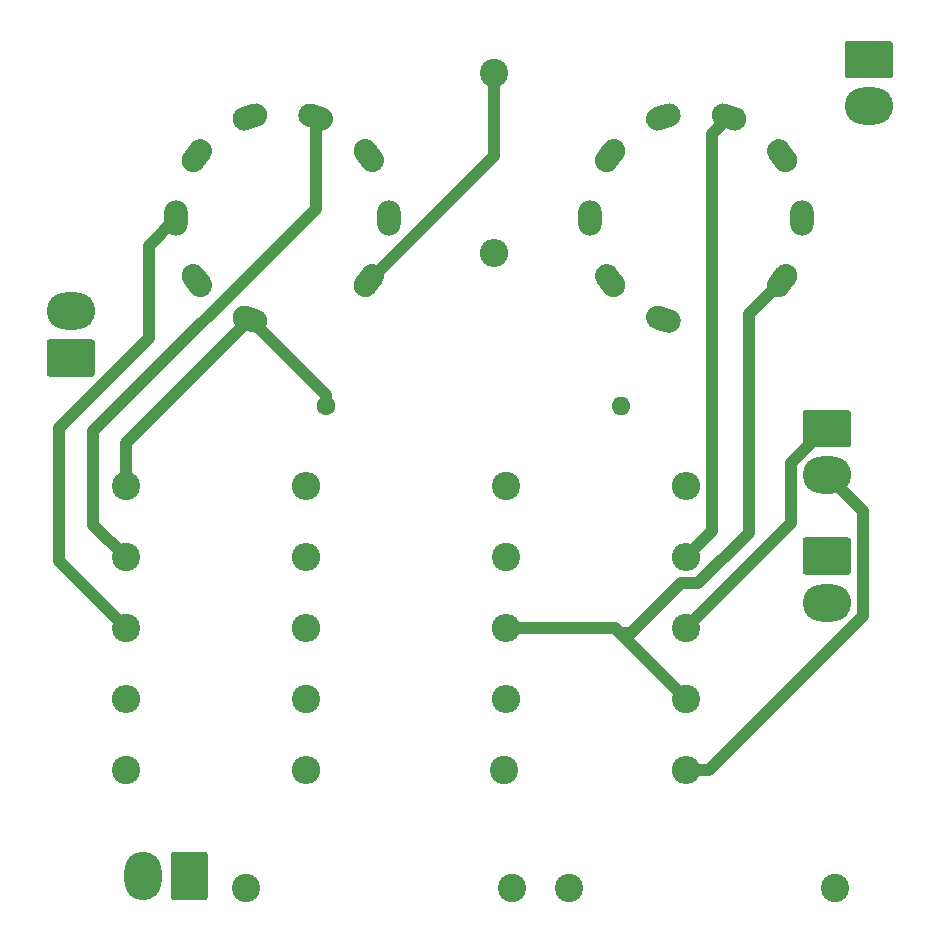
<source format=gbr>
%TF.GenerationSoftware,KiCad,Pcbnew,(5.1.6)-1*%
%TF.CreationDate,2020-10-25T19:30:32+00:00*%
%TF.ProjectId,QuadNew1 - Copy,51756164-4e65-4773-9120-2d20436f7079,rev?*%
%TF.SameCoordinates,Original*%
%TF.FileFunction,Copper,L1,Top*%
%TF.FilePolarity,Positive*%
%FSLAX46Y46*%
G04 Gerber Fmt 4.6, Leading zero omitted, Abs format (unit mm)*
G04 Created by KiCad (PCBNEW (5.1.6)-1) date 2020-10-25 19:30:32*
%MOMM*%
%LPD*%
G01*
G04 APERTURE LIST*
%TA.AperFunction,ComponentPad*%
%ADD10O,4.100000X3.160000*%
%TD*%
%TA.AperFunction,ComponentPad*%
%ADD11C,2.400000*%
%TD*%
%TA.AperFunction,ComponentPad*%
%ADD12O,2.400000X2.400000*%
%TD*%
%TA.AperFunction,ComponentPad*%
%ADD13O,2.000000X3.000000*%
%TD*%
%TA.AperFunction,ComponentPad*%
%ADD14C,1.600000*%
%TD*%
%TA.AperFunction,ComponentPad*%
%ADD15O,1.600000X1.600000*%
%TD*%
%TA.AperFunction,ComponentPad*%
%ADD16O,3.160000X4.100000*%
%TD*%
%TA.AperFunction,Conductor*%
%ADD17C,1.000000*%
%TD*%
G04 APERTURE END LIST*
D10*
%TO.P,J2,2*%
%TO.N,/+330v*%
X94361000Y-101877000D03*
%TO.P,J2,1*%
%TO.N,/0v*%
%TA.AperFunction,ComponentPad*%
G36*
G01*
X92561000Y-96337000D02*
X96161000Y-96337000D01*
G75*
G02*
X96411000Y-96587000I0J-250000D01*
G01*
X96411000Y-99247000D01*
G75*
G02*
X96161000Y-99497000I-250000J0D01*
G01*
X92561000Y-99497000D01*
G75*
G02*
X92311000Y-99247000I0J250000D01*
G01*
X92311000Y-96587000D01*
G75*
G02*
X92561000Y-96337000I250000J0D01*
G01*
G37*
%TD.AperFunction*%
%TD*%
D11*
%TO.P,C3,2*%
%TO.N,Net-(C3-Pad2)*%
X95017000Y-126000000D03*
%TO.P,C3,1*%
%TO.N,/V4*%
X72517000Y-126000000D03*
%TD*%
D12*
%TO.P,R10,2*%
%TO.N,/0v*%
X35000000Y-110000000D03*
D11*
%TO.P,R10,1*%
%TO.N,/Signal/FB*%
X50240000Y-110000000D03*
%TD*%
%TO.P,R9,1*%
%TO.N,/Signal/FB*%
X67000000Y-116000000D03*
D12*
%TO.P,R9,2*%
%TO.N,/V4*%
X82423000Y-116000000D03*
%TD*%
D11*
%TO.P,C2,1*%
%TO.N,Net-(C2-Pad1)*%
X45212000Y-126000000D03*
%TO.P,C2,2*%
%TO.N,/V3*%
X67712000Y-126000000D03*
%TD*%
%TO.P,V1,1*%
%TO.N,Net-(C1-Pad1)*%
%TA.AperFunction,ComponentPad*%
G36*
G01*
X45352044Y-76752826D02*
X46303100Y-77061842D01*
G75*
G02*
X46945140Y-78321916I-309017J-951057D01*
G01*
X46945140Y-78321916D01*
G75*
G02*
X45685066Y-78963956I-951057J309017D01*
G01*
X44734010Y-78654940D01*
G75*
G02*
X44091970Y-77394866I309017J951057D01*
G01*
X44091970Y-77394866D01*
G75*
G02*
X45352044Y-76752826I951057J-309017D01*
G01*
G37*
%TD.AperFunction*%
%TO.P,V1,2*%
%TO.N,/0v*%
%TA.AperFunction,ComponentPad*%
G36*
G01*
X41533147Y-73596829D02*
X42120933Y-74405846D01*
G75*
G02*
X41899701Y-75802648I-809017J-587785D01*
G01*
X41899701Y-75802648D01*
G75*
G02*
X40502899Y-75581416I-587785J809017D01*
G01*
X39915113Y-74772400D01*
G75*
G02*
X40136345Y-73375598I809017J587785D01*
G01*
X40136345Y-73375598D01*
G75*
G02*
X41533147Y-73596830I587785J-809017D01*
G01*
G37*
%TD.AperFunction*%
D13*
%TO.P,V1,3*%
%TO.N,/Signal/K*%
X39299889Y-69301248D03*
%TO.P,V1,4*%
%TO.N,/+6.3v*%
%TA.AperFunction,ComponentPad*%
G36*
G01*
X42122177Y-64194285D02*
X41534391Y-65003301D01*
G75*
G02*
X40137589Y-65224533I-809017J587785D01*
G01*
X40137589Y-65224533D01*
G75*
G02*
X39916357Y-63827731I587785J809017D01*
G01*
X40504143Y-63018715D01*
G75*
G02*
X41900945Y-62797483I809017J-587785D01*
G01*
X41900945Y-62797483D01*
G75*
G02*
X42122177Y-64194285I-587785J-809017D01*
G01*
G37*
%TD.AperFunction*%
%TO.P,V1,5*%
%TO.N,/-6.3v*%
%TA.AperFunction,ComponentPad*%
G36*
G01*
X46303392Y-61537039D02*
X45352336Y-61846056D01*
G75*
G02*
X44092262Y-61204016I-309017J951057D01*
G01*
X44092262Y-61204016D01*
G75*
G02*
X44734302Y-59943942I951057J309017D01*
G01*
X45685358Y-59634926D01*
G75*
G02*
X46945432Y-60276966I309017J-951057D01*
G01*
X46945432Y-60276966D01*
G75*
G02*
X46303392Y-61537040I-951057J-309017D01*
G01*
G37*
%TD.AperFunction*%
%TO.P,V1,6*%
%TO.N,Net-(C2-Pad1)*%
%TA.AperFunction,ComponentPad*%
G36*
G01*
X50914934Y-59636044D02*
X51865990Y-59945060D01*
G75*
G02*
X52508030Y-61205134I-309017J-951057D01*
G01*
X52508030Y-61205134D01*
G75*
G02*
X51247956Y-61847174I-951057J309017D01*
G01*
X50296900Y-61538158D01*
G75*
G02*
X49654860Y-60278084I309017J951057D01*
G01*
X49654860Y-60278084D01*
G75*
G02*
X50914934Y-59636044I951057J-309017D01*
G01*
G37*
%TD.AperFunction*%
%TO.P,V1,7*%
%TO.N,Net-(V1-Pad7)*%
%TA.AperFunction,ComponentPad*%
G36*
G01*
X56097101Y-63018583D02*
X56684887Y-63827600D01*
G75*
G02*
X56463655Y-65224402I-809017J-587785D01*
G01*
X56463655Y-65224402D01*
G75*
G02*
X55066853Y-65003170I-587785J809017D01*
G01*
X54479067Y-64194154D01*
G75*
G02*
X54700299Y-62797352I809017J587785D01*
G01*
X54700299Y-62797352D01*
G75*
G02*
X56097101Y-63018584I587785J-809017D01*
G01*
G37*
%TD.AperFunction*%
%TO.P,V1,8*%
%TO.N,/Signal/K*%
X57300111Y-69298752D03*
%TO.P,V1,9*%
%TO.N,Net-(J1-Pad1)*%
%TA.AperFunction,ComponentPad*%
G36*
G01*
X56683643Y-74772269D02*
X56095857Y-75581285D01*
G75*
G02*
X54699055Y-75802517I-809017J587785D01*
G01*
X54699055Y-75802517D01*
G75*
G02*
X54477823Y-74405715I587785J809017D01*
G01*
X55065609Y-73596699D01*
G75*
G02*
X56462411Y-73375467I809017J-587785D01*
G01*
X56462411Y-73375467D01*
G75*
G02*
X56683643Y-74772269I-587785J-809017D01*
G01*
G37*
%TD.AperFunction*%
%TD*%
D12*
%TO.P,R3,2*%
%TO.N,Net-(C1-Pad2)*%
X82423000Y-92000000D03*
D11*
%TO.P,R3,1*%
%TO.N,/+330v*%
X67183000Y-92000000D03*
%TD*%
D12*
%TO.P,R8,2*%
%TO.N,/Signal/FB*%
X67183000Y-110000000D03*
D11*
%TO.P,R8,1*%
%TO.N,/Signal/FA*%
X82423000Y-110000000D03*
%TD*%
%TO.P,R7,1*%
%TO.N,/V3*%
X82423000Y-104000000D03*
D12*
%TO.P,R7,2*%
%TO.N,/Signal/FA*%
X67183000Y-104000000D03*
%TD*%
%TO.P,V2,1*%
%TO.N,Net-(C1-Pad2)*%
%TA.AperFunction,ComponentPad*%
G36*
G01*
X80352044Y-76752826D02*
X81303100Y-77061842D01*
G75*
G02*
X81945140Y-78321916I-309017J-951057D01*
G01*
X81945140Y-78321916D01*
G75*
G02*
X80685066Y-78963956I-951057J309017D01*
G01*
X79734010Y-78654940D01*
G75*
G02*
X79091970Y-77394866I309017J951057D01*
G01*
X79091970Y-77394866D01*
G75*
G02*
X80352044Y-76752826I951057J-309017D01*
G01*
G37*
%TD.AperFunction*%
%TO.P,V2,2*%
%TO.N,/0v*%
%TA.AperFunction,ComponentPad*%
G36*
G01*
X76533147Y-73596829D02*
X77120933Y-74405846D01*
G75*
G02*
X76899701Y-75802648I-809017J-587785D01*
G01*
X76899701Y-75802648D01*
G75*
G02*
X75502899Y-75581416I-587785J809017D01*
G01*
X74915113Y-74772400D01*
G75*
G02*
X75136345Y-73375598I809017J587785D01*
G01*
X75136345Y-73375598D01*
G75*
G02*
X76533147Y-73596830I587785J-809017D01*
G01*
G37*
%TD.AperFunction*%
D13*
%TO.P,V2,3*%
%TO.N,/Signal/K*%
X74299889Y-69301248D03*
%TO.P,V2,4*%
%TO.N,/+6.3v*%
%TA.AperFunction,ComponentPad*%
G36*
G01*
X77122177Y-64194285D02*
X76534391Y-65003301D01*
G75*
G02*
X75137589Y-65224533I-809017J587785D01*
G01*
X75137589Y-65224533D01*
G75*
G02*
X74916357Y-63827731I587785J809017D01*
G01*
X75504143Y-63018715D01*
G75*
G02*
X76900945Y-62797483I809017J-587785D01*
G01*
X76900945Y-62797483D01*
G75*
G02*
X77122177Y-64194285I-587785J-809017D01*
G01*
G37*
%TD.AperFunction*%
%TO.P,V2,5*%
%TO.N,/-6.3v*%
%TA.AperFunction,ComponentPad*%
G36*
G01*
X81303392Y-61537039D02*
X80352336Y-61846056D01*
G75*
G02*
X79092262Y-61204016I-309017J951057D01*
G01*
X79092262Y-61204016D01*
G75*
G02*
X79734302Y-59943942I951057J309017D01*
G01*
X80685358Y-59634926D01*
G75*
G02*
X81945432Y-60276966I309017J-951057D01*
G01*
X81945432Y-60276966D01*
G75*
G02*
X81303392Y-61537040I-951057J-309017D01*
G01*
G37*
%TD.AperFunction*%
%TO.P,V2,6*%
%TO.N,Net-(C3-Pad2)*%
%TA.AperFunction,ComponentPad*%
G36*
G01*
X85914934Y-59636044D02*
X86865990Y-59945060D01*
G75*
G02*
X87508030Y-61205134I-309017J-951057D01*
G01*
X87508030Y-61205134D01*
G75*
G02*
X86247956Y-61847174I-951057J309017D01*
G01*
X85296900Y-61538158D01*
G75*
G02*
X84654860Y-60278084I309017J951057D01*
G01*
X84654860Y-60278084D01*
G75*
G02*
X85914934Y-59636044I951057J-309017D01*
G01*
G37*
%TD.AperFunction*%
%TO.P,V2,7*%
%TO.N,Net-(V2-Pad7)*%
%TA.AperFunction,ComponentPad*%
G36*
G01*
X91097101Y-63018583D02*
X91684887Y-63827600D01*
G75*
G02*
X91463655Y-65224402I-809017J-587785D01*
G01*
X91463655Y-65224402D01*
G75*
G02*
X90066853Y-65003170I-587785J809017D01*
G01*
X89479067Y-64194154D01*
G75*
G02*
X89700299Y-62797352I809017J587785D01*
G01*
X89700299Y-62797352D01*
G75*
G02*
X91097101Y-63018584I587785J-809017D01*
G01*
G37*
%TD.AperFunction*%
%TO.P,V2,8*%
%TO.N,/Signal/K*%
X92300111Y-69298752D03*
%TO.P,V2,9*%
%TO.N,/Signal/FA*%
%TA.AperFunction,ComponentPad*%
G36*
G01*
X91683643Y-74772269D02*
X91095857Y-75581285D01*
G75*
G02*
X89699055Y-75802517I-809017J587785D01*
G01*
X89699055Y-75802517D01*
G75*
G02*
X89477823Y-74405715I587785J809017D01*
G01*
X90065609Y-73596699D01*
G75*
G02*
X91462411Y-73375467I809017J-587785D01*
G01*
X91462411Y-73375467D01*
G75*
G02*
X91683643Y-74772269I-587785J-809017D01*
G01*
G37*
%TD.AperFunction*%
%TD*%
D12*
%TO.P,R6,2*%
%TO.N,Net-(C3-Pad2)*%
X82423000Y-98000000D03*
D11*
%TO.P,R6,1*%
%TO.N,/+330v*%
X67183000Y-98000000D03*
%TD*%
%TO.P,R5,1*%
%TO.N,Net-(C2-Pad1)*%
X35000000Y-98000000D03*
D12*
%TO.P,R5,2*%
%TO.N,/+330v*%
X50240000Y-98000000D03*
%TD*%
D11*
%TO.P,R2,1*%
%TO.N,Net-(C1-Pad1)*%
X35000000Y-92000000D03*
D12*
%TO.P,R2,2*%
%TO.N,/+330v*%
X50240000Y-92000000D03*
%TD*%
%TO.P,R1,2*%
%TO.N,/0v*%
X66167000Y-72263000D03*
D11*
%TO.P,R1,1*%
%TO.N,Net-(J1-Pad1)*%
X66167000Y-57023000D03*
%TD*%
%TO.P,R4,1*%
%TO.N,/Signal/K*%
X35000000Y-104000000D03*
D12*
%TO.P,R4,2*%
%TO.N,/Signal/FB*%
X50240000Y-104000000D03*
%TD*%
D11*
%TO.P,R11,1*%
%TO.N,/OPT/Q*%
X35000000Y-116000000D03*
D12*
%TO.P,R11,2*%
%TO.N,/Signal/FB*%
X50240000Y-116000000D03*
%TD*%
D14*
%TO.P,C1,1*%
%TO.N,Net-(C1-Pad1)*%
X51943000Y-85217000D03*
D15*
%TO.P,C1,2*%
%TO.N,Net-(C1-Pad2)*%
X76943000Y-85217000D03*
%TD*%
D10*
%TO.P,J3,2*%
%TO.N,/V4*%
X94361000Y-91082000D03*
%TO.P,J3,1*%
%TO.N,/V3*%
%TA.AperFunction,ComponentPad*%
G36*
G01*
X92561000Y-85542000D02*
X96161000Y-85542000D01*
G75*
G02*
X96411000Y-85792000I0J-250000D01*
G01*
X96411000Y-88452000D01*
G75*
G02*
X96161000Y-88702000I-250000J0D01*
G01*
X92561000Y-88702000D01*
G75*
G02*
X92311000Y-88452000I0J250000D01*
G01*
X92311000Y-85792000D01*
G75*
G02*
X92561000Y-85542000I250000J0D01*
G01*
G37*
%TD.AperFunction*%
%TD*%
D16*
%TO.P,J0,2*%
%TO.N,/OPT/Q*%
X36426000Y-125000000D03*
%TO.P,J0,1*%
%TO.N,/0v*%
%TA.AperFunction,ComponentPad*%
G36*
G01*
X41966000Y-123200000D02*
X41966000Y-126800000D01*
G75*
G02*
X41716000Y-127050000I-250000J0D01*
G01*
X39056000Y-127050000D01*
G75*
G02*
X38806000Y-126800000I0J250000D01*
G01*
X38806000Y-123200000D01*
G75*
G02*
X39056000Y-122950000I250000J0D01*
G01*
X41716000Y-122950000D01*
G75*
G02*
X41966000Y-123200000I0J-250000D01*
G01*
G37*
%TD.AperFunction*%
%TD*%
D10*
%TO.P,J4,2*%
%TO.N,/-6.3v*%
X97917000Y-59840000D03*
%TO.P,J4,1*%
%TO.N,/+6.3v*%
%TA.AperFunction,ComponentPad*%
G36*
G01*
X96117000Y-54300000D02*
X99717000Y-54300000D01*
G75*
G02*
X99967000Y-54550000I0J-250000D01*
G01*
X99967000Y-57210000D01*
G75*
G02*
X99717000Y-57460000I-250000J0D01*
G01*
X96117000Y-57460000D01*
G75*
G02*
X95867000Y-57210000I0J250000D01*
G01*
X95867000Y-54550000D01*
G75*
G02*
X96117000Y-54300000I250000J0D01*
G01*
G37*
%TD.AperFunction*%
%TD*%
%TO.P,J1,2*%
%TO.N,/0v*%
X30353000Y-77193000D03*
%TO.P,J1,1*%
%TO.N,Net-(J1-Pad1)*%
%TA.AperFunction,ComponentPad*%
G36*
G01*
X32153000Y-82733000D02*
X28553000Y-82733000D01*
G75*
G02*
X28303000Y-82483000I0J250000D01*
G01*
X28303000Y-79823000D01*
G75*
G02*
X28553000Y-79573000I250000J0D01*
G01*
X32153000Y-79573000D01*
G75*
G02*
X32403000Y-79823000I0J-250000D01*
G01*
X32403000Y-82483000D01*
G75*
G02*
X32153000Y-82733000I-250000J0D01*
G01*
G37*
%TD.AperFunction*%
%TD*%
D17*
%TO.N,Net-(C1-Pad1)*%
X35000000Y-88376946D02*
X45518555Y-77858391D01*
X35000000Y-92000000D02*
X35000000Y-88376946D01*
X51943000Y-84282836D02*
X51943000Y-85217000D01*
X45518555Y-77858391D02*
X51943000Y-84282836D01*
%TO.N,Net-(C2-Pad1)*%
X32258000Y-95258000D02*
X32258000Y-87338335D01*
X32258000Y-87338335D02*
X51081445Y-68514890D01*
X35000000Y-98000000D02*
X32258000Y-95258000D01*
X51081445Y-68514890D02*
X51081445Y-60741609D01*
%TO.N,/V3*%
X94202315Y-87122000D02*
X94361000Y-87122000D01*
X91310990Y-90013325D02*
X94202315Y-87122000D01*
X91310990Y-95112010D02*
X91310990Y-90013325D01*
X82423000Y-104000000D02*
X91310990Y-95112010D01*
%TO.N,Net-(C3-Pad2)*%
X84623001Y-62200053D02*
X86081445Y-60741609D01*
X84623001Y-95799999D02*
X84623001Y-62200053D01*
X82423000Y-98000000D02*
X84623001Y-95799999D01*
%TO.N,/V4*%
X97411010Y-94132010D02*
X94361000Y-91082000D01*
X97411010Y-102945675D02*
X97411010Y-94132010D01*
X84356685Y-116000000D02*
X97411010Y-102945675D01*
X82423000Y-116000000D02*
X84356685Y-116000000D01*
%TO.N,Net-(J1-Pad1)*%
X66167000Y-64002725D02*
X66167000Y-57023000D01*
X55580733Y-74588992D02*
X66167000Y-64002725D01*
%TO.N,/Signal/K*%
X36957000Y-79446784D02*
X36957000Y-71644137D01*
X29337000Y-87066784D02*
X36957000Y-79446784D01*
X35000000Y-104000000D02*
X29337000Y-98337000D01*
X36957000Y-71644137D02*
X39299889Y-69301248D01*
X29337000Y-98337000D02*
X29337000Y-87066784D01*
%TO.N,/Signal/FA*%
X67183000Y-104000000D02*
X76423000Y-104000000D01*
X76889500Y-104466500D02*
X82423000Y-110000000D01*
X76423000Y-104000000D02*
X76889500Y-104466500D01*
X77778500Y-104466500D02*
X76889500Y-104466500D01*
X90580733Y-74588992D02*
X87757000Y-77412725D01*
X87757000Y-95922002D02*
X83479001Y-100200001D01*
X83479001Y-100200001D02*
X82044999Y-100200001D01*
X87757000Y-77412725D02*
X87757000Y-95922002D01*
X82044999Y-100200001D02*
X77778500Y-104466500D01*
%TD*%
M02*

</source>
